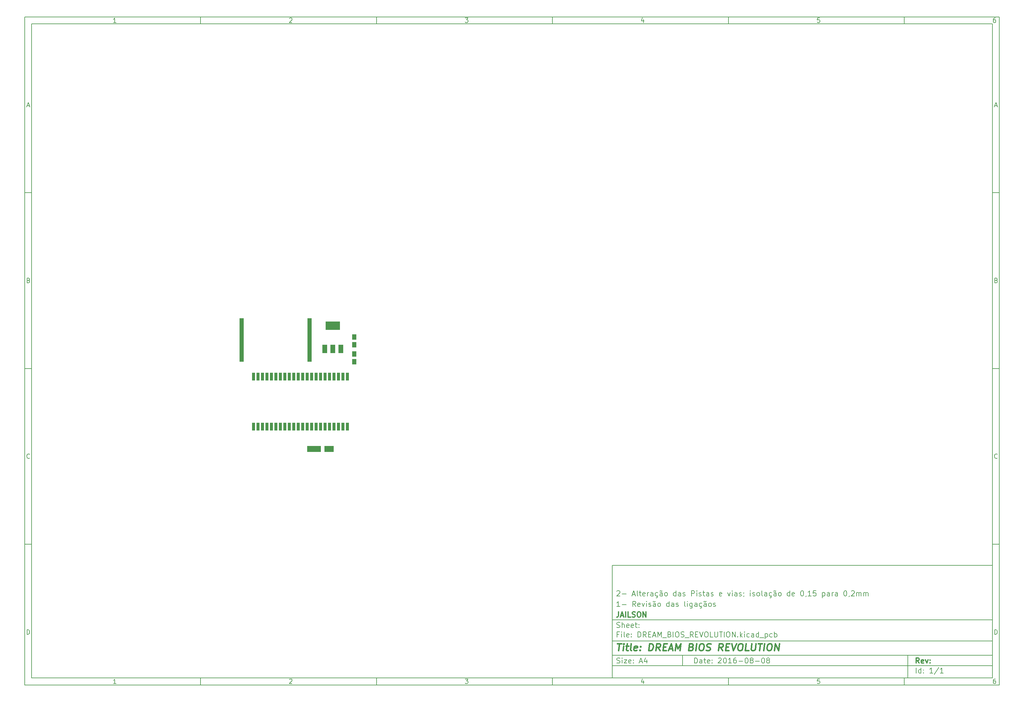
<source format=gbr>
G04 Output by CAMMaster V11.2.74  PentaLogix*
G04 Tue Aug 09 11:47:32 2016*
%FSLAX25Y25*%
%MOIN*%
%IPPOS*%
%ADD11C,0.005906*%
%ADD12C,0.011811*%
%ADD13C,0.015748*%
%ADD111R,0.053748X0.065748*%
%ADD112R,0.035433X0.086614*%
%ADD113R,0.051181X0.027559*%
%ADD114R,0.051181X0.062992*%
%ADD115R,0.159748X0.095748*%
%ADD116R,0.055748X0.095748*%

%LPD*%
X0Y0D2*D11*G1X1027568Y-753965D2*Y-779556D1*X775599Y-753965D2*Y-765776D1*X983136Y-687739D2*Y-684646D1*X982855Y-684083*X982292Y-683802*X981448*X980886Y-684083*X980605Y-684646*Y-687739D2*Y-684646D1*X980324Y-684083*X979761Y-683802*X978918*X978355Y-684083*X978074Y-684365*Y-687739D2*Y-683802D1*X975262Y-687739D2*Y-684646D1*X974981Y-684083*X974418Y-683802*X973574*X973012Y-684083*X972731Y-684646*Y-687739D2*Y-684646D1*X972450Y-684083*X971887Y-683802*X971044*X970481Y-684083*X970200Y-684365*Y-687739D2*Y-683802D1*X967669Y-687739D2*X964013D1*X967388Y-684365*X967669Y-683521*Y-682959*X967388Y-682396*X967107Y-682115*X966544Y-681834*X965138*X964576Y-682115*X964294Y-682396*X961482Y-688583D2*X961763Y-688302D1*X962045Y-687739*Y-687458*X957264Y-681834D2*X956702Y-682115D1*X956420Y-682396*X956139Y-682959*X955858Y-684083*Y-685490*X956139Y-686614*X956420Y-687177*X956702Y-687458*X957264Y-687739*X957826*X958389Y-687458*X958670Y-687177*X958951Y-686614*X959233Y-685490*Y-684083*X958951Y-682959*X958670Y-682396*X958389Y-682115*X957826Y-681834*X957264*X948828Y-685208D2*X948265Y-685490D1*X946859*X946297Y-685771*X946015Y-686333*Y-686896*X946297Y-687458*X946859Y-687739*X948265*X948828Y-687458*X946297Y-684083D2*X946859Y-683802D1*X947984*X948546Y-684083*X948828Y-684646*Y-687739*X944328Y-683802D2*X943766D1*X943203Y-684083*X942922Y-684365*X942641Y-684927*Y-687739D2*Y-683802D1*X939829Y-685208D2*X939266Y-685490D1*X937860*X937298Y-685771*X937017Y-686333*Y-686896*X937298Y-687458*X937860Y-687739*X939266*X939829Y-687458*X937298Y-684083D2*X937860Y-683802D1*X938985*X939547Y-684083*X939829Y-684646*Y-687739*X931955Y-687458D2*X932517Y-687739D1*X933642*X934204Y-687458*X934486Y-687177*X934767Y-686614*Y-684927*X934486Y-684365*X934204Y-684083*X933642Y-683802*X932517*X931955Y-684083*Y-683802D2*Y-689708D1*X921550Y-687177D2*X921831Y-687458D1*X922393Y-687739*X923799*X924362Y-687458*X924643Y-687177*X924924Y-686614*Y-685208*X924643Y-684646*X924362Y-684365*X923799Y-684083*X922393*X921831Y-684365*X921550Y-684646*X921831Y-681834*X924643*X915925Y-683521D2*X916488Y-683240D1*X917050Y-682677*X917613Y-681834*Y-687739*X919300D2*X915925D1*X913113Y-688583D2*X913394Y-688302D1*X913676Y-687739*Y-687458*X908895Y-681834D2*X908333Y-682115D1*X908051Y-682396*X907770Y-682959*X907489Y-684083*Y-685490*X907770Y-686614*X908051Y-687177*X908333Y-687458*X908895Y-687739*X909457*X910020Y-687458*X910301Y-687177*X910582Y-686614*X910864Y-685490*Y-684083*X910582Y-682959*X910301Y-682396*X910020Y-682115*X909457Y-681834*X908895*X897928Y-685771D2*X900740Y-685208D1*Y-684646*X900459Y-684083*X899896Y-683802*X898771*X898209Y-684083*X897928Y-684646*Y-686896*X898209Y-687458*X898771Y-687739*X899896*X900459Y-687458*X895397Y-684083D2*X894834Y-683802D1*X893709*X893147Y-684083*X892866Y-684365*X892585Y-684927*Y-686614*X892866Y-687177*X893147Y-687458*X893709Y-687739*X894834*X895397Y-687458*Y-687739D2*Y-681834D1*X883867Y-687739D2*X884711D1*X885273Y-687458*X885554Y-687177*X885835Y-686614*Y-684927*X885554Y-684365*X885273Y-684083*X884711Y-683802*X883867*X883304Y-684083*X883023Y-684365*X882742Y-684927*Y-686614*X883023Y-687177*X883304Y-687458*X883867Y-687739*X880211Y-681834D2*X879930Y-682115D1*X879367Y-682396*X878243Y-681834*X877680Y-682115*X877399Y-682396*X880211Y-685208D2*X879649Y-685490D1*X878243*X877680Y-685771*X877399Y-686333*Y-686896*X877680Y-687458*X878243Y-687739*X879649*X880211Y-687458*X877680Y-684083D2*X878243Y-683802D1*X879367*X879930Y-684083*X880211Y-684646*Y-687739*X873181Y-689708D2*X874024D1*X874587Y-689427*X874868Y-688864*X874587Y-688302*X874024Y-688020*X875149Y-684083D2*X874587Y-683802D1*X873462*X872900Y-684083*X872618Y-684365*X872337Y-684927*Y-686614*X872618Y-687177*X872900Y-687458*X873462Y-687739*X874587*X875149Y-687458*X869806Y-685208D2*X869244Y-685490D1*X867838*X867275Y-685771*X866994Y-686333*Y-686896*X867275Y-687458*X867838Y-687739*X869244*X869806Y-687458*X867275Y-684083D2*X867838Y-683802D1*X868963*X869525Y-684083*X869806Y-684646*Y-687739*X864182Y-681834D2*Y-686896D1*X864463Y-687458*X865026Y-687739*X859682D2*X860526D1*X861089Y-687458*X861370Y-687177*X861651Y-686614*Y-684927*X861370Y-684365*X861089Y-684083*X860526Y-683802*X859682*X859120Y-684083*X858839Y-684365*X858558Y-684927*Y-686614*X858839Y-687177*X859120Y-687458*X859682Y-687739*X856027Y-684083D2*X855464Y-683802D1*X854621*X854058Y-684083*X853777Y-684646*Y-684927*X854058Y-685490*X854621Y-685771*X855464*X856027Y-686052*X856308Y-686614*Y-686896*X856027Y-687458*X855464Y-687739*X854339*X853777Y-687458*X851246Y-682396D2*Y-681834D1*X851527Y-682115*X851246Y-682396*X850965Y-682115*X851246Y-681834*Y-687739D2*Y-683802D1*X843934Y-684646D2*Y-684083D1*X843653Y-684365*X843934Y-684646*X844216Y-684365*X843934Y-684083*X843653Y-688583D2*X843934Y-688302D1*X844216Y-687739*Y-687458*X841122Y-684083D2*X840560Y-683802D1*X839716*X839154Y-684083*X838873Y-684646*Y-684927*X839154Y-685490*X839716Y-685771*X840560*X841122Y-686052*X841403Y-686614*Y-686896*X841122Y-687458*X840560Y-687739*X839435*X838873Y-687458*X836342Y-685208D2*X835779Y-685490D1*X834373*X833811Y-685771*X833529Y-686333*Y-686896*X833811Y-687458*X834373Y-687739*X835779*X836342Y-687458*X833811Y-684083D2*X834373Y-683802D1*X835498*X836060Y-684083*X836342Y-684646*Y-687739*X830999Y-682396D2*Y-681834D1*X831280Y-682115*X830999Y-682396*X830717Y-682115*X830999Y-681834*Y-687739D2*Y-683802D1*X828749D2*X827343Y-687739D1*X825937Y-683802*X816657Y-685771D2*X819469Y-685208D1*Y-684646*X819188Y-684083*X818625Y-683802*X817500*X816938Y-684083*X816657Y-684646*Y-686896*X816938Y-687458*X817500Y-687739*X818625*X819188Y-687458*X809626Y-684083D2*X809064Y-683802D1*X808220*X807658Y-684083*X807376Y-684646*Y-684927*X807658Y-685490*X808220Y-685771*X809064*X809626Y-686052*X809907Y-686614*Y-686896*X809626Y-687458*X809064Y-687739*X807939*X807376Y-687458*X804846Y-685208D2*X804283Y-685490D1*X802877*X802315Y-685771*X802033Y-686333*Y-686896*X802315Y-687458*X802877Y-687739*X804283*X804846Y-687458*X802315Y-684083D2*X802877Y-683802D1*X804002*X804564Y-684083*X804846Y-684646*Y-687739*X800346D2*X799784D1*X799221Y-687458*X798940Y-686896*Y-681834*X798096Y-683802D2*X800346D1*X796128Y-684083D2*X795565Y-683802D1*X794722*X794159Y-684083*X793878Y-684646*Y-684927*X794159Y-685490*X794722Y-685771*X795565*X796128Y-686052*X796409Y-686614*Y-686896*X796128Y-687458*X795565Y-687739*X794441*X793878Y-687458*X791347Y-682396D2*Y-681834D1*X791628Y-682115*X791347Y-682396*X791066Y-682115*X791347Y-681834*Y-687739D2*Y-683802D1*X785442Y-684927D2*X787691D1*X788254Y-684646*X788535Y-684365*X788816Y-683802*Y-682959*X788535Y-682396*X788254Y-682115*X787691Y-681834*X785442*Y-687739*X778130Y-684083D2*X777568Y-683802D1*X776724*X776162Y-684083*X775880Y-684646*Y-684927*X776162Y-685490*X776724Y-685771*X777568*X778130Y-686052*X778411Y-686614*Y-686896*X778130Y-687458*X777568Y-687739*X776443*X775880Y-687458*X773349Y-685208D2*X772787Y-685490D1*X771381*X770819Y-685771*X770537Y-686333*Y-686896*X770819Y-687458*X771381Y-687739*X772787*X773349Y-687458*X770819Y-684083D2*X771381Y-683802D1*X772506*X773068Y-684083*X773349Y-684646*Y-687739*X768006Y-684083D2*X767444Y-683802D1*X766319*X765757Y-684083*X765475Y-684365*X765194Y-684927*Y-686614*X765475Y-687177*X765757Y-687458*X766319Y-687739*X767444*X768006Y-687458*Y-687739D2*Y-681834D1*X756477Y-687739D2*X757320D1*X757883Y-687458*X758164Y-687177*X758445Y-686614*Y-684927*X758164Y-684365*X757883Y-684083*X757320Y-683802*X756477*X755914Y-684083*X755633Y-684365*X755352Y-684927*Y-686614*X755633Y-687177*X755914Y-687458*X756477Y-687739*X752821Y-681834D2*X752540Y-682115D1*X751977Y-682396*X750852Y-681834*X750290Y-682115*X750009Y-682396*X752821Y-685208D2*X752258Y-685490D1*X750852*X750290Y-685771*X750009Y-686333*Y-686896*X750290Y-687458*X750852Y-687739*X752258*X752821Y-687458*X750290Y-684083D2*X750852Y-683802D1*X751977*X752540Y-684083*X752821Y-684646*Y-687739*X745790Y-689708D2*X746634D1*X747196Y-689427*X747478Y-688864*X747196Y-688302*X746634Y-688020*X747759Y-684083D2*X747196Y-683802D1*X746072*X745509Y-684083*X745228Y-684365*X744947Y-684927*Y-686614*X745228Y-687177*X745509Y-687458*X746072Y-687739*X747196*X747759Y-687458*X742416Y-685208D2*X741853Y-685490D1*X740447*X739885Y-685771*X739604Y-686333*Y-686896*X739885Y-687458*X740447Y-687739*X741853*X742416Y-687458*X739885Y-684083D2*X740447Y-683802D1*X741572*X742135Y-684083*X742416Y-684646*Y-687739*X737916Y-683802D2*X737354D1*X736792Y-684083*X736510Y-684365*X736229Y-684927*Y-687739D2*Y-683802D1*X730886Y-685771D2*X733698Y-685208D1*Y-684646*X733417Y-684083*X732855Y-683802*X731730*X731167Y-684083*X730886Y-684646*Y-686896*X731167Y-687458*X731730Y-687739*X732855*X733417Y-687458*X729199Y-687739D2*X728636D1*X728074Y-687458*X727793Y-686896*Y-681834*X726949Y-683802D2*X729199D1*X724699Y-681834D2*Y-686896D1*X724981Y-687458*X725543Y-687739*X722731D2*X720762Y-681834D1*X718794Y-687739*X719356Y-686052D2*X722168D1*X707826Y-685490D2*X712326D1*X705296Y-687739D2*X701640D1*X705014Y-684365*X705296Y-683521*Y-682959*X705014Y-682396*X704733Y-682115*X704171Y-681834*X702765*X702202Y-682115*X701921Y-682396*X812157Y-695894D2*X811595Y-695613D1*X810751*X810189Y-695894*X809907Y-696457*Y-696738*X810189Y-697301*X810751Y-697582*X811595*X812157Y-697863*X812438Y-698425*Y-698707*X812157Y-699269*X811595Y-699550*X810470*X809907Y-699269*X805689Y-699550D2*X806533D1*X807095Y-699269*X807376Y-698988*X807658Y-698425*Y-696738*X807376Y-696176*X807095Y-695894*X806533Y-695613*X805689*X805127Y-695894*X804846Y-696176*X804564Y-696738*Y-698425*X804846Y-698988*X805127Y-699269*X805689Y-699550*X802033Y-693645D2*X801752Y-693926D1*X801190Y-694207*X800065Y-693645*X799502Y-693926*X799221Y-694207*X802033Y-697019D2*X801471Y-697301D1*X800065*X799502Y-697582*X799221Y-698144*Y-698707*X799502Y-699269*X800065Y-699550*X801471*X802033Y-699269*X799502Y-695894D2*X800065Y-695613D1*X801190*X801752Y-695894*X802033Y-696457*Y-699550*X795003Y-701519D2*X795847D1*X796409Y-701238*X796690Y-700675*X796409Y-700113*X795847Y-699831*X796972Y-695894D2*X796409Y-695613D1*X795284*X794722Y-695894*X794441Y-696176*X794159Y-696738*Y-698425*X794441Y-698988*X794722Y-699269*X795284Y-699550*X796409*X796972Y-699269*X791628Y-697019D2*X791066Y-697301D1*X789660*X789098Y-697582*X788816Y-698144*Y-698707*X789098Y-699269*X789660Y-699550*X791066*X791628Y-699269*X789098Y-695894D2*X789660Y-695613D1*X790785*X791347Y-695894*X791628Y-696457*Y-699550*X786285Y-695894D2*X785723Y-695613D1*X784598*X784036Y-695894*X783754Y-696176*X783473Y-696738*Y-698425*X783754Y-698988*X784036Y-699269*X784598Y-699550*X785723*X786285Y-699269*X783754Y-701238D2*X784317Y-701519D1*X785161*X785723Y-701238*X786004Y-700956*X786285Y-700394*Y-695613*X780942Y-694207D2*Y-693645D1*X781224Y-693926*X780942Y-694207*X780661Y-693926*X780942Y-693645*Y-699550D2*Y-695613D1*X777849Y-693645D2*Y-698707D1*X778130Y-699269*X778693Y-699550*X770537Y-695894D2*X769975Y-695613D1*X769131*X768569Y-695894*X768288Y-696457*Y-696738*X768569Y-697301*X769131Y-697582*X769975*X770537Y-697863*X770819Y-698425*Y-698707*X770537Y-699269*X769975Y-699550*X768850*X768288Y-699269*X765757Y-697019D2*X765194Y-697301D1*X763788*X763226Y-697582*X762945Y-698144*Y-698707*X763226Y-699269*X763788Y-699550*X765194*X765757Y-699269*X763226Y-695894D2*X763788Y-695613D1*X764913*X765475Y-695894*X765757Y-696457*Y-699550*X760414Y-695894D2*X759851Y-695613D1*X758726*X758164Y-695894*X757883Y-696176*X757601Y-696738*Y-698425*X757883Y-698988*X758164Y-699269*X758726Y-699550*X759851*X760414Y-699269*Y-699550D2*Y-693645D1*X748884Y-699550D2*X749727D1*X750290Y-699269*X750571Y-698988*X750852Y-698425*Y-696738*X750571Y-696176*X750290Y-695894*X749727Y-695613*X748884*X748321Y-695894*X748040Y-696176*X747759Y-696738*Y-698425*X748040Y-698988*X748321Y-699269*X748884Y-699550*X745228Y-693645D2*X744947Y-693926D1*X744384Y-694207*X743259Y-693645*X742697Y-693926*X742416Y-694207*X745228Y-697019D2*X744666Y-697301D1*X743259*X742697Y-697582*X742416Y-698144*Y-698707*X742697Y-699269*X743259Y-699550*X744666*X745228Y-699269*X742697Y-695894D2*X743259Y-695613D1*X744384*X744947Y-695894*X745228Y-696457*Y-699550*X739885Y-695894D2*X739322Y-695613D1*X738479*X737916Y-695894*X737635Y-696457*Y-696738*X737916Y-697301*X738479Y-697582*X739322*X739885Y-697863*X740166Y-698425*Y-698707*X739885Y-699269*X739322Y-699550*X738198*X737635Y-699269*X735104Y-694207D2*Y-693645D1*X735385Y-693926*X735104Y-694207*X734823Y-693926*X735104Y-693645*Y-699550D2*Y-695613D1*X732855D2*X731448Y-699550D1*X730042Y-695613*X725262Y-697582D2*X728074Y-697019D1*Y-696457*X727793Y-695894*X727230Y-695613*X726105*X725543Y-695894*X725262Y-696457*Y-698707*X725543Y-699269*X726105Y-699550*X727230*X727793Y-699269*X719637Y-696738D2*X721887D1*X722450Y-696457*X722731Y-696176*X723012Y-695613*Y-694770*X722731Y-694207*X722450Y-693926*X721887Y-693645*X719637*Y-699550*X723012D2*X721044Y-696738D1*X707826Y-697301D2*X712326D1*X701921Y-695332D2*X702483Y-695051D1*X703046Y-694488*X703608Y-693645*Y-699550*X705296D2*X701921D1*X726668Y-720079D2*Y-719517D1*X726387Y-719798*X726668Y-720079*X726949Y-719798*X726668Y-719517*Y-723172D2*Y-722610D1*X726387Y-722891*X726668Y-723172*X726949Y-722891*X726668Y-722610*X724699Y-723172D2*X724137D1*X723574Y-722891*X723293Y-722329*Y-717267*X722450Y-719235D2*X724699D1*X717950Y-721204D2*X720762Y-720641D1*Y-720079*X720481Y-719517*X719919Y-719235*X718794*X718231Y-719517*X717950Y-720079*Y-722329*X718231Y-722891*X718794Y-723172*X719919*X720481Y-722891*X712888Y-721204D2*X715700Y-720641D1*Y-720079*X715419Y-719517*X714857Y-719235*X713732*X713170Y-719517*X712888Y-720079*Y-722329*X713170Y-722891*X713732Y-723172*X714857*X715419Y-722891*X707826Y-719798D2*X708108Y-719517D1*X708670Y-719235*X709514*X710076Y-719517*X710357Y-720079*Y-723172*X707826D2*Y-717267D1*X705296Y-717548D2*X704452Y-717267D1*X703046*X702483Y-717548*X702202Y-717829*X701921Y-718392*Y-718954*X702202Y-719517*X702483Y-719798*X703046Y-720079*X704171Y-720360*X704733Y-720641*X705014Y-720923*X705296Y-721485*Y-722047*X705014Y-722610*X704733Y-722891*X704171Y-723172*X702765*X701921Y-722891*X696859Y-714595D2*X1122056D1*X878243Y-733521D2*X878805Y-733802D1*X879930*X880492Y-733521*X880774Y-733240*X881055Y-732677*Y-730990*X880774Y-730428*X880492Y-730146*X879930Y-729865*X878805*X878243Y-730146*Y-733802D2*Y-727897D1*X875712Y-730146D2*X875149Y-729865D1*X874024*X873462Y-730146*X873181Y-730428*X872900Y-730990*Y-732677*X873181Y-733240*X873462Y-733521*X874024Y-733802*X875149*X875712Y-733521*X867838D2*X868400Y-733802D1*X869525*X870087Y-733521*X870369Y-733240*X870650Y-732677*Y-730990*X870369Y-730428*X870087Y-730146*X869525Y-729865*X868400*X867838Y-730146*Y-729865D2*Y-735771D1*X861932Y-734365D2*X866432D1*X860526Y-730146D2*X859964Y-729865D1*X858839*X858276Y-730146*X857995Y-730428*X857714Y-730990*Y-732677*X857995Y-733240*X858276Y-733521*X858839Y-733802*X859964*X860526Y-733521*Y-733802D2*Y-727897D1*X855183Y-731271D2*X854621Y-731553D1*X853215*X852652Y-731834*X852371Y-732396*Y-732959*X852652Y-733521*X853215Y-733802*X854621*X855183Y-733521*X852652Y-730146D2*X853215Y-729865D1*X854339*X854902Y-730146*X855183Y-730709*Y-733802*X850121Y-730146D2*X849559Y-729865D1*X848434*X847871Y-730146*X847590Y-730428*X847309Y-730990*Y-732677*X847590Y-733240*X847871Y-733521*X848434Y-733802*X849559*X850121Y-733521*X844778Y-728459D2*Y-727897D1*X845059Y-728178*X844778Y-728459*X844497Y-728178*X844778Y-727897*Y-733802D2*Y-729865D1*X842247D2*X839997Y-732115D1*X840560Y-731553D2*X842247Y-733802D1*X839997D2*Y-727897D1*X837185Y-733802D2*Y-733240D1*X836904Y-733521*X837185Y-733802*X837466Y-733521*X837185Y-733240*X834373Y-727897D2*Y-733802D1*X830999Y-727897*Y-733802*X825937Y-727897D2*X825374Y-728178D1*X824812Y-728740*X824531Y-729865*Y-731834*X824812Y-732959*X825374Y-733521*X825937Y-733802*X827062*X827624Y-733521*X828186Y-732959*X828468Y-731834*Y-729865*X828186Y-728740*X827624Y-728178*X827062Y-727897*X825937*X822000Y-733802D2*Y-727897D1*X818344Y-733802D2*Y-727897D1*X816657D2*X820031D1*X814688D2*Y-732677D1*X814407Y-733240*X814126Y-733521*X813563Y-733802*X812438*X811876Y-733521*X811595Y-733240*X811314Y-732677*Y-727897*X806533D2*Y-733802D1*X809345*X801471Y-727897D2*X800909Y-728178D1*X800346Y-728740*X800065Y-729865*Y-731834*X800346Y-732959*X800909Y-733521*X801471Y-733802*X802596*X803158Y-733521*X803721Y-732959*X804002Y-731834*Y-729865*X803721Y-728740*X803158Y-728178*X802596Y-727897*X801471*X798378D2*X796409Y-733802D1*X794441Y-727897*X792753D2*X789941D1*Y-733802*X792753*X789941Y-730709D2*X791910D1*X784036Y-730990D2*X786285D1*X786848Y-730709*X787129Y-730428*X787410Y-729865*Y-729022*X787129Y-728459*X786848Y-728178*X786285Y-727897*X784036*Y-733802*X787410D2*X785442Y-730990D1*X778130Y-734365D2*X782630D1*X777005Y-728178D2*X776162Y-727897D1*X774756*X774193Y-728178*X773912Y-728459*X773631Y-729022*Y-729584*X773912Y-730146*X774193Y-730428*X774756Y-730709*X775880Y-730990*X776443Y-731271*X776724Y-731553*X777005Y-732115*Y-732677*X776724Y-733240*X776443Y-733521*X775880Y-733802*X774474*X773631Y-733521*X768850Y-727897D2*X768288Y-728178D1*X767725Y-728740*X767444Y-729865*Y-731834*X767725Y-732959*X768288Y-733521*X768850Y-733802*X769975*X770537Y-733521*X771100Y-732959*X771381Y-731834*Y-729865*X771100Y-728740*X770537Y-728178*X769975Y-727897*X768850*X764913Y-733802D2*Y-727897D1*X759008Y-730709D2*X760976D1*X761538Y-730428*X761820Y-730146*X762101Y-729584*Y-729022*X761820Y-728459*X761538Y-728178*X760976Y-727897*X759008*Y-733802*X761257*X761820Y-733521*X762101Y-733240*X762382Y-732677*Y-731834*X762101Y-731271*X761820Y-730990*X760976Y-730709*X753102Y-734365D2*X757601D1*X751696Y-733802D2*Y-727897D1*X749727Y-732115*X747759Y-727897*Y-733802*X745790D2*X743822Y-727897D1*X741853Y-733802*X742416Y-732115D2*X745228D1*X740166Y-727897D2*X737354D1*Y-733802*X740166*X737354Y-730709D2*X739322D1*X731448Y-730990D2*X733698D1*X734261Y-730709*X734542Y-730428*X734823Y-729865*Y-729022*X734542Y-728459*X734261Y-728178*X733698Y-727897*X731448*Y-733802*X734823D2*X732855Y-730990D1*X725543Y-733802D2*X726949D1*X727793Y-733521*X728355Y-732959*X728636Y-732396*X728918Y-731271*Y-730428*X728636Y-729303*X728355Y-728740*X727793Y-728178*X726949Y-727897*X725543*Y-733802*X718231Y-730709D2*Y-730146D1*X717950Y-730428*X718231Y-730709*X718513Y-730428*X718231Y-730146*Y-733802D2*Y-733240D1*X717950Y-733521*X718231Y-733802*X718513Y-733521*X718231Y-733240*X712888Y-731834D2*X715700Y-731271D1*Y-730709*X715419Y-730146*X714857Y-729865*X713732*X713170Y-730146*X712888Y-730709*Y-732959*X713170Y-733521*X713732Y-733802*X714857*X715419Y-733521*X710076Y-727897D2*Y-732959D1*X710357Y-733521*X710920Y-733802*X707264Y-728459D2*Y-727897D1*X707545Y-728178*X707264Y-728459*X706983Y-728178*X707264Y-727897*Y-733802D2*Y-729865D1*X705014Y-727897D2*X702202D1*Y-733802*X704171Y-730709D2*X702202D1*X696859Y-738217D2*X1122056D1*X1063844Y-769741D2*X1064407Y-769460D1*X1064969Y-768898*X1065532Y-768054*Y-773960*X1067219D2*X1063844D1*X1062157Y-767773D2*X1057095Y-775366D1*X1052033Y-769741D2*X1052596Y-769460D1*X1053158Y-768898*X1053721Y-768054*Y-773960*X1055408D2*X1052033D1*X1045003Y-770866D2*Y-770304D1*X1044722Y-770585*X1045003Y-770866*X1045284Y-770585*X1045003Y-770304*Y-773960D2*Y-773397D1*X1044722Y-773679*X1045003Y-773960*X1045284Y-773679*X1045003Y-773397*X1042191Y-770304D2*X1041628Y-770023D1*X1040504*X1039941Y-770304*X1039660Y-770585*X1039379Y-771148*Y-772835*X1039660Y-773397*X1039941Y-773679*X1040504Y-773960*X1041628*X1042191Y-773679*Y-773960D2*Y-768054D1*X1036848Y-773960D2*Y-768054D1*X736229Y-760968D2*X732573D1*X733979Y-756749*X735385Y-758999D2*Y-762936D1*X730886D2*X728918Y-757031D1*X726949Y-762936*X727511Y-761249D2*X730324D1*X720481Y-759843D2*Y-759280D1*X720200Y-759562*X720481Y-759843*X720762Y-759562*X720481Y-759280*Y-762936D2*Y-762374D1*X720200Y-762655*X720481Y-762936*X720762Y-762655*X720481Y-762374*X715138Y-760968D2*X717950Y-760405D1*Y-759843*X717669Y-759280*X717107Y-758999*X715982*X715419Y-759280*X715138Y-759843*Y-762092*X715419Y-762655*X715982Y-762936*X717107*X717669Y-762655*X713170Y-762936D2*X710076D1*X713170Y-758999*X710076*X707826Y-757593D2*Y-757031D1*X708108Y-757312*X707826Y-757593*X707545Y-757312*X707826Y-757031*Y-762936D2*Y-758999D1*X705296Y-757312D2*X704452Y-757031D1*X703046*X702483Y-757312*X702202Y-757593*X701921Y-758155*Y-758718*X702202Y-759280*X702483Y-759562*X703046Y-759843*X704171Y-760124*X704733Y-760405*X705014Y-760686*X705296Y-761249*Y-761811*X705014Y-762374*X704733Y-762655*X704171Y-762936*X702765*X701921Y-762655*X696859Y-753965D2*X1122056D1*X696859Y-765776D2*X1122056D1*X871775Y-759562D2*X872337Y-759843D1*X872618Y-760124*X872900Y-760686*Y-761811*X872618Y-762374*X872337Y-762655*X871775Y-762936*X870650*X870087Y-762655*X869806Y-762374*X869525Y-761811*Y-760686*X869806Y-760124*X870087Y-759843*X870650Y-759562*X871775*X872337Y-759280*X872618Y-758999*X872900Y-758437*Y-758155*X872618Y-757593*X872337Y-757312*X871775Y-757031*X870650*X870087Y-757312*X869806Y-757593*X869525Y-758155*Y-758437*X869806Y-758999*X870087Y-759280*X870650Y-759562*X865307Y-757031D2*X864744Y-757312D1*X864463Y-757593*X864182Y-758155*X863901Y-759280*Y-760686*X864182Y-761811*X864463Y-762374*X864744Y-762655*X865307Y-762936*X865869*X866432Y-762655*X866713Y-762374*X866994Y-761811*X867275Y-760686*Y-759280*X866994Y-758155*X866713Y-757593*X866432Y-757312*X865869Y-757031*X865307*X856870Y-760686D2*X861370D1*X853214Y-759562D2*X853777Y-759843D1*X854058Y-760124*X854339Y-760686*Y-761811*X854058Y-762374*X853777Y-762655*X853214Y-762936*X852090*X851527Y-762655*X851246Y-762374*X850965Y-761811*Y-760686*X851246Y-760124*X851527Y-759843*X852090Y-759562*X853214*X853777Y-759280*X854058Y-758999*X854339Y-758437*Y-758155*X854058Y-757593*X853777Y-757312*X853214Y-757031*X852090*X851527Y-757312*X851246Y-757593*X850965Y-758155*Y-758437*X851246Y-758999*X851527Y-759280*X852090Y-759562*X846747Y-757031D2*X846184Y-757312D1*X845903Y-757593*X845622Y-758155*X845340Y-759280*Y-760686*X845622Y-761811*X845903Y-762374*X846184Y-762655*X846747Y-762936*X847309*X847871Y-762655*X848153Y-762374*X848434Y-761811*X848715Y-760686*Y-759280*X848434Y-758155*X848153Y-757593*X847871Y-757312*X847309Y-757031*X846747*X838310Y-760686D2*X842810D1*X832405Y-760405D2*X832686Y-759843D1*X832967Y-759562*X833529Y-759280*X834654*X835217Y-759562*X835498Y-759843*X835779Y-760405*Y-761811*X835498Y-762374*X835217Y-762655*X834654Y-762936*X833529*X832967Y-762655*X832686Y-762374*X832405Y-761811*Y-759562*X832686Y-758437*X833248Y-757593*X833529Y-757312*X834092Y-757031*X835217*X826780Y-758718D2*X827343Y-758437D1*X827905Y-757874*X828468Y-757031*Y-762936*X830155D2*X826780D1*X822562Y-757031D2*X822000Y-757312D1*X821718Y-757593*X821437Y-758155*X821156Y-759280*Y-760686*X821437Y-761811*X821718Y-762374*X822000Y-762655*X822562Y-762936*X823125*X823687Y-762655*X823968Y-762374*X824249Y-761811*X824531Y-760686*Y-759280*X824249Y-758155*X823968Y-757593*X823687Y-757312*X823125Y-757031*X822562*X818906Y-762936D2*X815251D1*X818625Y-759562*X818906Y-758718*Y-758155*X818625Y-757593*X818344Y-757312*X817781Y-757031*X816375*X815813Y-757312*X815532Y-757593*X808501Y-759843D2*Y-759280D1*X808220Y-759562*X808501Y-759843*X808783Y-759562*X808501Y-759280*Y-762936D2*Y-762374D1*X808220Y-762655*X808501Y-762936*X808783Y-762655*X808501Y-762374*X803158Y-760968D2*X805970Y-760405D1*Y-759843*X805689Y-759280*X805127Y-758999*X804002*X803439Y-759280*X803158Y-759843*Y-762092*X803439Y-762655*X804002Y-762936*X805127*X805689Y-762655*X801471Y-762936D2*X800909D1*X800346Y-762655*X800065Y-762092*Y-757031*X799221Y-758999D2*X801471D1*X797253Y-760405D2*X796690Y-760686D1*X795284*X794722Y-760968*X794441Y-761530*Y-762092*X794722Y-762655*X795284Y-762936*X796690*X797253Y-762655*X794722Y-759280D2*X795284Y-758999D1*X796409*X796972Y-759280*X797253Y-759843*Y-762936*X788816D2*X790222D1*X791066Y-762655*X791628Y-762092*X791910Y-761530*X792191Y-760405*Y-759562*X791910Y-758437*X791628Y-757874*X791066Y-757312*X790222Y-757031*X788816*Y-762936*X1124652Y-730662D2*X1125871D1*X1126602Y-730418*X1127090Y-729931*X1127333Y-729443*X1127577Y-728468*Y-727737*X1127333Y-726762*X1127090Y-726275*X1126602Y-725787*X1125871Y-725544*X1124652*Y-730662*X1127577Y-529181D2*X1127333Y-528937D1*X1126602Y-528693*X1126115*X1125384Y-528937*X1124896Y-529424*X1124652Y-529912*X1124409Y-530887*Y-531618*X1124652Y-532593*X1124896Y-533080*X1125384Y-533568*X1126115Y-533811*X1126602*X1127333Y-533568*X1127577Y-533324*X1124652Y-334280D2*X1126359D1*X1126846Y-334036*X1127090Y-333793*X1127333Y-333305*Y-332818*X1127090Y-332330*X1126846Y-332087*X1126359Y-331843*X1124652*Y-336961*X1126602*X1127090Y-336717*X1127333Y-336474*X1127577Y-335986*Y-335255*X1127333Y-334768*X1127090Y-334524*X1126359Y-334280*X1127699Y-140111D2*X1125993Y-134993D1*X1124287Y-140111*X1124774Y-138648D2*X1127211D1*X1129930Y-629921D2*X1122056D1*X1129930Y-433071D2*X1122056D1*X1129930Y-236220D2*X1122056D1*X41967Y-730662D2*X43185D1*X43916Y-730418*X44404Y-729931*X44648Y-729443*X44891Y-728468*Y-727737*X44648Y-726762*X44404Y-726275*X43916Y-725787*X43185Y-725544*X41967*Y-730662*X44891Y-529181D2*X44648Y-528937D1*X43916Y-528693*X43429*X42698Y-528937*X42210Y-529424*X41967Y-529912*X41723Y-530887*Y-531618*X41967Y-532593*X42210Y-533080*X42698Y-533568*X43429Y-533811*X43916*X44648Y-533568*X44891Y-533324*X41967Y-334280D2*X43673D1*X44160Y-334036*X44404Y-333793*X44648Y-333305*Y-332818*X44404Y-332330*X44160Y-332087*X43673Y-331843*X41967*Y-336961*X43916*X44404Y-336717*X44648Y-336474*X44891Y-335986*Y-335255*X44648Y-334768*X44404Y-334524*X43673Y-334280*X45013Y-140111D2*X43307Y-134993D1*X41601Y-140111*X42089Y-138648D2*X44526D1*X39370Y-629921D2*X47244D1*X39370Y-433071D2*X47244D1*X39370Y-236220D2*X47244D1*X1123022Y-783615D2*X1123266Y-783127D1*X1123510Y-782884*X1123997Y-782640*X1124972*X1125459Y-782884*X1125703Y-783127*X1125947Y-783615*Y-784833*X1125703Y-785321*X1125459Y-785565*X1124972Y-785808*X1123997*X1123510Y-785565*X1123266Y-785321*X1123022Y-784833*Y-782884*X1123266Y-781909*X1123753Y-781178*X1123997Y-780934*X1124484Y-780690*X1125459*X926172Y-785321D2*X926415Y-785565D1*X926903Y-785808*X928121*X928609Y-785565*X928853Y-785321*X929096Y-784833*Y-783615*X928853Y-783127*X928609Y-782884*X928121Y-782640*X926903*X926415Y-782884*X926172Y-783127*X926415Y-780690*X928853*X732490Y-784102D2*X729321D1*X730540Y-780446*X731759Y-782396D2*Y-785808D1*X532227Y-785321D2*X532471Y-785565D1*X532958Y-785808*X534421*X534908Y-785565*X535152Y-785321*X535396Y-784833*Y-783615*X535152Y-783127*X534908Y-782884*X534421Y-782640*X533690*X535396Y-780690*X532227*X338545Y-785808D2*X335377D1*X338301Y-782884*X338545Y-782152*Y-781665*X338301Y-781178*X338058Y-780934*X337570Y-780690*X336352*X335864Y-780934*X335621Y-781178*X138770Y-782152D2*X139258Y-781909D1*X139745Y-781421*X140232Y-780690*Y-785808*X141695D2*X138770D1*X1023622Y-779556D2*Y-787430D1*X826772Y-779556D2*Y-787430D1*X629921Y-779556D2*Y-787430D1*X433071Y-779556D2*Y-787430D1*X236220Y-779556D2*Y-787430D1*X1123022Y-43429D2*X1123266Y-42941D1*X1123510Y-42698*X1123997Y-42454*X1124972*X1125459Y-42698*X1125703Y-42941*X1125947Y-43429*Y-44648*X1125703Y-45135*X1125459Y-45379*X1124972Y-45622*X1123997*X1123510Y-45379*X1123266Y-45135*X1123022Y-44648*Y-42698*X1123266Y-41723*X1123753Y-40992*X1123997Y-40748*X1124484Y-40504*X1125459*X926172Y-45135D2*X926415Y-45379D1*X926903Y-45622*X928121*X928609Y-45379*X928853Y-45135*X929096Y-44648*Y-43429*X928853Y-42941*X928609Y-42698*X928121Y-42454*X926903*X926415Y-42698*X926172Y-42941*X926415Y-40504*X928853*X732490Y-43916D2*X729321D1*X730540Y-40261*X731759Y-42210D2*Y-45622D1*X532227Y-45135D2*X532471Y-45379D1*X532958Y-45622*X534421*X534908Y-45379*X535152Y-45135*X535396Y-44648*Y-43429*X535152Y-42941*X534908Y-42698*X534421Y-42454*X533690*X535396Y-40504*X532227*X338545Y-45622D2*X335377D1*X338301Y-42698*X338545Y-41967*Y-41479*X338301Y-40992*X338058Y-40748*X337570Y-40504*X336352*X335864Y-40748*X335621Y-40992*X138770Y-41967D2*X139258Y-41723D1*X139745Y-41235*X140232Y-40504*Y-45622*X141695D2*X138770D1*X1023622Y-47244D2*Y-39370D1*X826772Y-47244D2*Y-39370D1*X629921Y-47244D2*Y-39370D1*X433071Y-47244D2*Y-39370D1*X236220Y-47244D2*Y-39370D1*X47244Y-47244D2*X1122056D1*Y-779556*X47244*Y-47244*X39370Y-39370D2*X1129930D1*Y-787430*X39370*Y-39370*X696859Y-653572D2*X1122056D1*Y-779556*X696859*Y-653572*D12*X734542Y-705456D2*Y-711361D1*X731167Y-705456*Y-711361*X726105Y-705456D2*X725543Y-705737D1*X724981Y-706299*X724699Y-707424*Y-709393*X724981Y-710518*X725543Y-711080*X726105Y-711361*X727230*X727793Y-711080*X728355Y-710518*X728636Y-709393*Y-707424*X728355Y-706299*X727793Y-705737*X727230Y-705456*X726105*X722450Y-705737D2*X721606Y-705456D1*X720200*X719637Y-705737*X719356Y-706018*X719075Y-706581*Y-707143*X719356Y-707706*X719637Y-707987*X720200Y-708268*X721325Y-708549*X721887Y-708830*X722168Y-709112*X722450Y-709674*Y-710236*X722168Y-710799*X721887Y-711080*X721325Y-711361*X719919*X719075Y-711080*X714576Y-705456D2*Y-711361D1*X717388*X711763D2*Y-705456D1*X709795Y-711361D2*X707826Y-705456D1*X705858Y-711361*X706420Y-709674D2*X709233D1*X701640Y-711361D2*X702202D1*X703046Y-711080*X703608Y-710518*X703889Y-709674*Y-705456*X1052315Y-759843D2*Y-759280D1*X1052033Y-759562*X1052315Y-759843*X1052596Y-759562*X1052315Y-759280*Y-762936D2*Y-762374D1*X1052033Y-762655*X1052315Y-762936*X1052596Y-762655*X1052315Y-762374*X1050065Y-758999D2*X1048659Y-762936D1*X1047253Y-758999*X1042472Y-760968D2*X1045284Y-760405D1*Y-759843*X1045003Y-759280*X1044441Y-758999*X1043316*X1042753Y-759280*X1042472Y-759843*Y-762092*X1042753Y-762655*X1043316Y-762936*X1044441*X1045003Y-762655*X1036848Y-760124D2*X1039098D1*X1039660Y-759843*X1039941Y-759562*X1040222Y-758999*Y-758155*X1039941Y-757593*X1039660Y-757312*X1039098Y-757031*X1036848*Y-762936*X1040222D2*X1038254Y-760124D1*D13*X883679Y-740992D2*X882695Y-748866D1*X879180Y-740992*X878196Y-748866*X872431Y-740992D2*X871634Y-741367D1*X870790Y-742117*X870228Y-743617*X869900Y-746241*X870087Y-747741*X870744Y-748491*X871447Y-748866*X872946*X873743Y-748491*X874587Y-747741*X875149Y-746241*X875477Y-743617*X875290Y-742117*X874634Y-741367*X873931Y-740992*X872431*X866197Y-748866D2*X867182Y-740992D1*X861323Y-748866D2*X862307Y-740992D1*X860057D2*X864557D1*X857433D2*X856636Y-747366D1*X856167Y-748116*X855745Y-748491*X854949Y-748866*X853449*X852746Y-748491*X852418Y-748116*X852137Y-747366*X852933Y-740992*X846559D2*X845575Y-748866D1*X849324*X839810Y-740992D2*X839013Y-741367D1*X838170Y-742117*X837607Y-743617*X837279Y-746241*X837466Y-747741*X838123Y-748491*X838826Y-748866*X840326*X841122Y-748491*X841966Y-747741*X842528Y-746241*X842856Y-743617*X842669Y-742117*X842013Y-741367*X841310Y-740992*X839810*X835685D2*X832077Y-748866D1*X830436Y-740992*X828186D2*X824437D1*X823453Y-748866*X827202*X823968Y-744741D2*X826593D1*X816047Y-745116D2*X819047D1*X819844Y-744741*X820266Y-744367*X820734Y-743617*X820875Y-742492*X820594Y-741742*X820266Y-741367*X819562Y-740992*X816563*X815579Y-748866*X820078D2*X817922Y-745116D1*X807142Y-741367D2*X806064Y-740992D1*X804189*X803393Y-741367*X802971Y-741742*X802502Y-742492*X802408Y-743242*X802690Y-743992*X803018Y-744367*X803721Y-744741*X805174Y-745116*X805877Y-745491*X806205Y-745866*X806486Y-746616*X806392Y-747366*X805924Y-748116*X805502Y-748491*X804705Y-748866*X802830*X801752Y-748491*X796315Y-740992D2*X795519Y-741367D1*X794675Y-742117*X794113Y-743617*X793784Y-746241*X793972Y-747741*X794628Y-748491*X795331Y-748866*X796831*X797628Y-748491*X798471Y-747741*X799034Y-746241*X799362Y-743617*X799174Y-742117*X798518Y-741367*X797815Y-740992*X796315*X790082Y-748866D2*X791066Y-740992D1*X782723Y-744741D2*X785348D1*X786145Y-744367*X786567Y-743992*X787035Y-743242*X787129Y-742492*X786848Y-741742*X786520Y-741367*X785817Y-740992*X783192*X782208Y-748866*X785207*X786004Y-748491*X786426Y-748116*X786895Y-747366*X787035Y-746241*X786754Y-745491*X786426Y-745116*X785348Y-744741*X772459Y-748866D2*X773443Y-740992D1*X770116Y-746616*X768194Y-740992*X767210Y-748866*X764585D2*X762945Y-740992D1*X759336Y-748866*X760367Y-746616D2*X764116D1*X758070Y-740992D2*X754321D1*X753336Y-748866*X757086*X753852Y-744741D2*X756477D1*X745931Y-745116D2*X748931D1*X749727Y-744741*X750149Y-744367*X750618Y-743617*X750759Y-742492*X750477Y-741742*X750149Y-741367*X749446Y-740992*X746447*X745462Y-748866*X749962D2*X747806Y-745116D1*X737588Y-748866D2*X739463D1*X740635Y-748491*X741478Y-747741*X741947Y-746991*X742510Y-745491*X742650Y-744367*X742463Y-742867*X742182Y-742117*X741525Y-741367*X740447Y-740992*X738573*X737588Y-748866*X728355Y-744741D2*X728449Y-743992D1*X728027Y-744367*X728355Y-744741*X728777Y-744367*X728449Y-743992*X727840Y-748866D2*X727933Y-748116D1*X727511Y-748491*X727840Y-748866*X728261Y-748491*X727933Y-748116*X721044Y-746241D2*X724887Y-745491D1*X724981Y-744741*X724699Y-743992*X723996Y-743617*X722496*X721700Y-743992*X721231Y-744741*X720856Y-747741*X721137Y-748491*X721840Y-748866*X723340*X724137Y-748491*X717950Y-740992D2*X717107Y-747741D1*X717388Y-748491*X718091Y-748866*X714341D2*X713591D1*X712888Y-748491*X712607Y-747741*X713451Y-740992*X711998Y-743617D2*X714997D1*X709607Y-741742D2*X709701Y-740992D1*X710029Y-741367*X709607Y-741742*X709279Y-741367*X709701Y-740992*X708717Y-748866D2*X709373Y-743617D1*X703843Y-748866D2*X704827Y-740992D1*X702577D2*X707077D1*D111*X382500Y-523000D3*X377500D3*X368000D3*X363000D3*X358000D3*D112*X295500Y-442000D3*X300500D3*X305500D3*X310500D3*X315500D3*X320500D3*X325500D3*X330500D3*X335500D3*X340500D3*X345500D3*X350500D3*X355500D3*X360500D3*X365500D3*X370500D3*X375500D3*X380500D3*X385500D3*X390500D3*X395500D3*X400500D3*Y-498000D3*X395500D3*X390500D3*X385500D3*X380500D3*X375500D3*X370500D3*X365500D3*X360500D3*X355500D3*X350500D3*X345500D3*X340500D3*X335500D3*X330500D3*X325500D3*X320500D3*X315500D3*X310500D3*X305500D3*X300500D3*X295500D3*D113*X358000Y-378000D3*Y-380000D3*Y-382000D3*Y-384000D3*Y-386000D3*Y-388000D3*Y-390000D3*Y-392000D3*Y-394000D3*Y-396000D3*Y-398000D3*Y-400000D3*Y-402000D3*Y-404000D3*Y-406000D3*Y-408000D3*Y-410000D3*Y-412000D3*Y-414000D3*Y-416000D3*Y-418000D3*Y-420000D3*Y-422000D3*Y-424000D3*X282000D3*Y-422000D3*Y-420000D3*Y-418000D3*Y-416000D3*Y-414000D3*Y-412000D3*Y-410000D3*Y-408000D3*Y-406000D3*Y-404000D3*Y-402000D3*Y-400000D3*Y-398000D3*Y-396000D3*Y-394000D3*Y-392000D3*Y-390000D3*Y-388000D3*Y-386000D3*Y-384000D3*Y-382000D3*Y-380000D3*Y-378000D3*D114*X408000Y-425331D3*Y-416669D3*Y-406331D3*Y-397669D3*D115*X384000Y-385000D3*D116*X375000Y-411000D3*X393000D3*X384000D3*X0Y0D2*M02*
</source>
